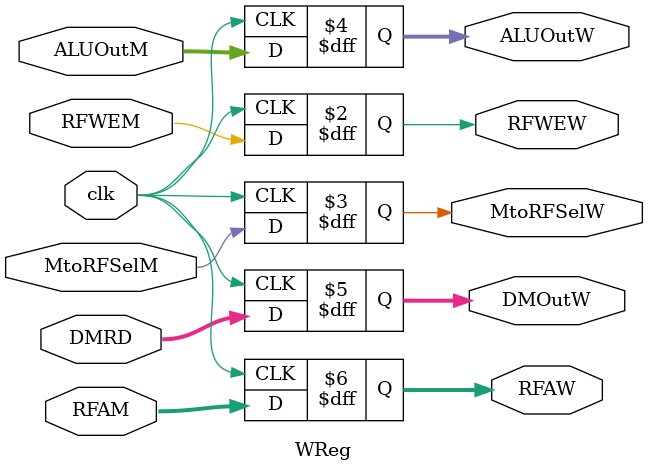
<source format=v>
`timescale 1ns / 1ps

module WReg(
    input clk,
    input RFWEM,
    input MtoRFSelM,
    input [31:0] ALUOutM,
    input [31:0] DMRD,
    input [4:0] RFAM,
    output reg RFWEW,
    output reg MtoRFSelW,
    output reg [31:0] ALUOutW,
    output reg [31:0] DMOutW,
    output reg [4:0] RFAW
    );
    
    always @(posedge clk) begin
        RFWEW <= RFWEM;
        MtoRFSelW <= MtoRFSelM;
        ALUOutW <= ALUOutM;
        DMOutW <= DMRD;
        RFAW <= RFAM;
    end
endmodule

</source>
